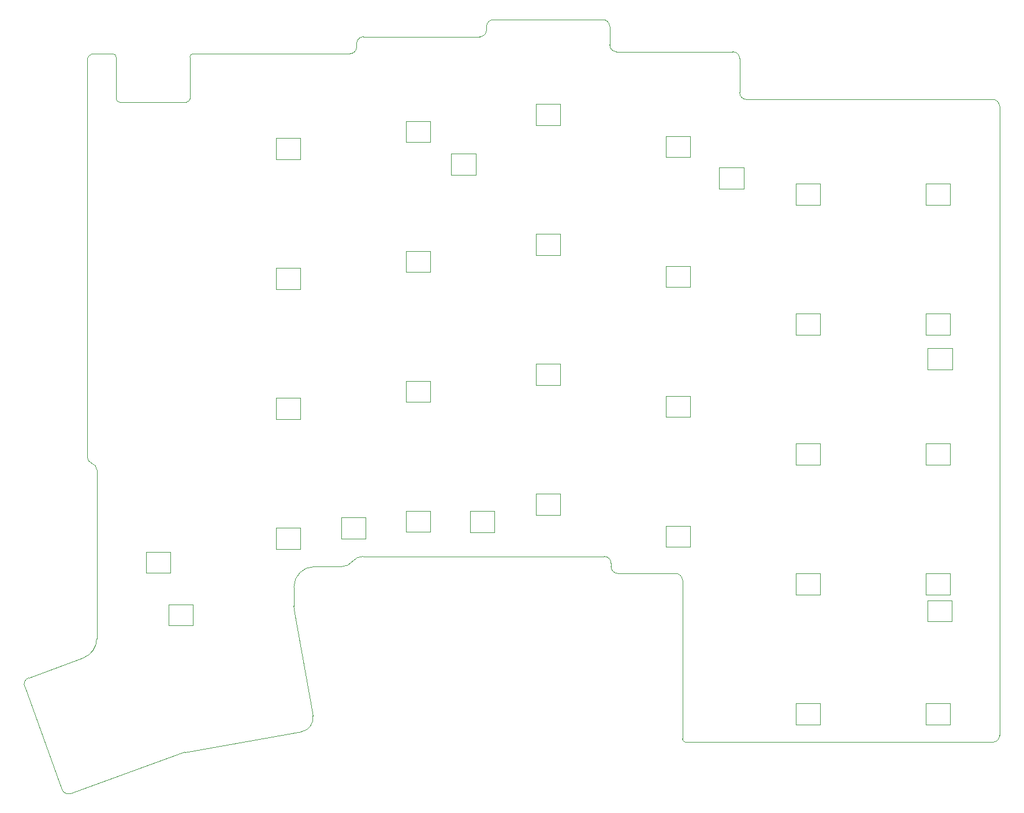
<source format=gbr>
G04 #@! TF.GenerationSoftware,KiCad,Pcbnew,8.0.5*
G04 #@! TF.CreationDate,2024-11-19T21:37:07+08:00*
G04 #@! TF.ProjectId,keyball61_right,6b657962-616c-46c3-9631-5f7269676874,rev?*
G04 #@! TF.SameCoordinates,Original*
G04 #@! TF.FileFunction,Profile,NP*
%FSLAX46Y46*%
G04 Gerber Fmt 4.6, Leading zero omitted, Abs format (unit mm)*
G04 Created by KiCad (PCBNEW 8.0.5) date 2024-11-19 21:37:07*
%MOMM*%
%LPD*%
G01*
G04 APERTURE LIST*
G04 #@! TA.AperFunction,Profile*
%ADD10C,0.050000*%
G04 #@! TD*
G04 #@! TA.AperFunction,Profile*
%ADD11C,0.120000*%
G04 #@! TD*
G04 APERTURE END LIST*
D10*
X84795475Y-150161271D02*
X79305996Y-135079159D01*
X183134999Y-41994714D02*
G75*
G02*
X184134986Y-42994714I1J-999986D01*
G01*
X222235000Y-142244710D02*
G75*
G02*
X221235000Y-143244700I-1000000J10D01*
G01*
X121560717Y-139371802D02*
G75*
G02*
X119938840Y-141686770I-1969917J-345498D01*
G01*
X89489053Y-42294709D02*
X92239053Y-42294709D01*
X79903666Y-133797445D02*
X87913852Y-130881956D01*
X166084999Y-41994714D02*
X183134999Y-41994714D01*
X203184998Y-48994714D02*
X221234998Y-48994713D01*
X127985001Y-40794714D02*
G75*
G02*
X128985001Y-39794701I999999J14D01*
G01*
X164276431Y-115994713D02*
X128921493Y-115994713D01*
X165276431Y-117494712D02*
X165276431Y-116994713D01*
X102322493Y-144846090D02*
X86077189Y-150758940D01*
X93239053Y-49369712D02*
G75*
G02*
X92738988Y-48869712I47J500112D01*
G01*
X164276431Y-115994713D02*
G75*
G02*
X165276387Y-116994713I-31J-999987D01*
G01*
X147035001Y-38794714D02*
G75*
G02*
X146035001Y-39794701I-1000001J14D01*
G01*
X185134999Y-48994714D02*
X203184998Y-48994714D01*
X89188419Y-102353737D02*
G75*
G02*
X89887818Y-103307476I-300619J-953763D01*
G01*
X118785001Y-120494712D02*
G75*
G02*
X121785001Y-117494701I2999999J12D01*
G01*
X222234998Y-49994713D02*
X222235000Y-142244710D01*
X92239053Y-42294709D02*
G75*
G02*
X92739091Y-42794709I47J-499991D01*
G01*
X104039053Y-42294709D02*
X126985001Y-42294709D01*
X148035001Y-37294714D02*
X164084999Y-37294714D01*
X127985001Y-41294709D02*
X127985001Y-40794714D01*
X103539053Y-48869712D02*
X103539053Y-42794709D01*
X147035001Y-38794714D02*
X147035001Y-38294714D01*
X184134999Y-42994714D02*
X184134999Y-47994714D01*
X165084999Y-38294714D02*
X165084999Y-40994714D01*
X175746371Y-132544712D02*
X175746371Y-119494712D01*
X103539053Y-42794709D02*
G75*
G02*
X104039053Y-42294653I500047J9D01*
G01*
X203185000Y-143244711D02*
X176246371Y-143244711D01*
X164084999Y-37294714D02*
G75*
G02*
X165084986Y-38294714I1J-999986D01*
G01*
X176246371Y-143244711D02*
G75*
G02*
X175746389Y-142744711I29J500011D01*
G01*
X174746371Y-118494712D02*
G75*
G02*
X175746388Y-119494712I29J-999988D01*
G01*
X93239053Y-49369712D02*
X103039053Y-49369712D01*
X221234998Y-48994713D02*
G75*
G02*
X222234987Y-49994713I2J-999987D01*
G01*
X89887785Y-128062880D02*
G75*
G02*
X87913855Y-130881964I-2999985J-20D01*
G01*
X86077190Y-150758940D02*
G75*
G02*
X84795488Y-150161266I-341990J939740D01*
G01*
X127985001Y-41294709D02*
G75*
G02*
X126985001Y-42294701I-1000001J9D01*
G01*
X102322493Y-144846091D02*
G75*
G02*
X102826476Y-144710944I1026107J-2819209D01*
G01*
X166276431Y-118494712D02*
G75*
G02*
X165276388Y-117494712I-31J1000012D01*
G01*
X127360244Y-116744713D02*
G75*
G02*
X125798995Y-117494704I-1561244J1250013D01*
G01*
X92739053Y-42794709D02*
X92739053Y-48869712D01*
X128985001Y-39794714D02*
X146035001Y-39794714D01*
X119938839Y-141686765D02*
X102826476Y-144710944D01*
X88489053Y-66344709D02*
X88489053Y-43294709D01*
X118830099Y-123801862D02*
X121560717Y-139371801D01*
X127360244Y-116744712D02*
G75*
G02*
X128921493Y-115994702I1561256J-1249988D01*
G01*
X88489054Y-101399997D02*
X88489053Y-66344709D01*
X174746371Y-118494712D02*
X166276431Y-118494712D01*
X89887785Y-128062880D02*
X89887785Y-103307476D01*
X79305996Y-135079159D02*
G75*
G02*
X79903647Y-133797394I939704J342059D01*
G01*
X175746371Y-142744711D02*
X175746371Y-132544712D01*
X103539053Y-48869712D02*
G75*
G02*
X103039053Y-49369753I-500053J12D01*
G01*
X89188420Y-102353736D02*
G75*
G02*
X88489090Y-101399997I300680J953736D01*
G01*
X185134999Y-48994714D02*
G75*
G02*
X184134986Y-47994714I1J1000014D01*
G01*
X118830099Y-123801862D02*
G75*
G02*
X118784996Y-123283639I2955001J518262D01*
G01*
X147035001Y-38294714D02*
G75*
G02*
X148035001Y-37294701I999999J14D01*
G01*
X221235000Y-143244710D02*
X203185000Y-143244711D01*
X125798995Y-117494712D02*
X121785001Y-117494712D01*
X166084999Y-41994714D02*
G75*
G02*
X165084986Y-40994714I1J1000014D01*
G01*
X88489053Y-43294709D02*
G75*
G02*
X89489053Y-42294653I1000047J9D01*
G01*
X118785001Y-120494712D02*
X118785001Y-123283639D01*
D11*
X100410000Y-123020000D02*
X100410000Y-126120000D01*
X100410000Y-126120000D02*
X104010000Y-126120000D01*
X104010000Y-123020000D02*
X100410000Y-123020000D01*
X104010000Y-126120000D02*
X104010000Y-123020000D01*
X125709000Y-110279712D02*
X125709000Y-113379712D01*
X125709000Y-113379712D02*
X129309000Y-113379712D01*
X129309000Y-110279712D02*
X125709000Y-110279712D01*
X129309000Y-113379712D02*
X129309000Y-110279712D01*
X211639000Y-122455000D02*
X211639000Y-125555000D01*
X211639000Y-125555000D02*
X215239000Y-125555000D01*
X215239000Y-122455000D02*
X211639000Y-122455000D01*
X215239000Y-125555000D02*
X215239000Y-122455000D01*
X211719000Y-85494700D02*
X211719000Y-88594700D01*
X211719000Y-88594700D02*
X215319000Y-88594700D01*
X215319000Y-85494700D02*
X211719000Y-85494700D01*
X215319000Y-88594700D02*
X215319000Y-85494700D01*
X181149000Y-58984700D02*
X181149000Y-62084700D01*
X181149000Y-62084700D02*
X184749000Y-62084700D01*
X184749000Y-58984700D02*
X181149000Y-58984700D01*
X184749000Y-62084700D02*
X184749000Y-58984700D01*
X141859000Y-56924700D02*
X141859000Y-60024700D01*
X141859000Y-60024700D02*
X145459000Y-60024700D01*
X145459000Y-56924700D02*
X141859000Y-56924700D01*
X145459000Y-60024700D02*
X145459000Y-56924700D01*
X211410000Y-61369700D02*
X211410000Y-64469700D01*
X211410000Y-64469700D02*
X215010000Y-64469700D01*
X215010000Y-61369700D02*
X211410000Y-61369700D01*
X215010000Y-64469700D02*
X215010000Y-61369700D01*
X211410000Y-80419700D02*
X211410000Y-83519700D01*
X211410000Y-83519700D02*
X215010000Y-83519700D01*
X215010000Y-80419700D02*
X211410000Y-80419700D01*
X215010000Y-83519700D02*
X215010000Y-80419700D01*
X211410000Y-99470000D02*
X211410000Y-102570000D01*
X211410000Y-102570000D02*
X215010000Y-102570000D01*
X215010000Y-99470000D02*
X211410000Y-99470000D01*
X215010000Y-102570000D02*
X215010000Y-99470000D01*
X211410000Y-118520000D02*
X211410000Y-121620000D01*
X211410000Y-121620000D02*
X215010000Y-121620000D01*
X215010000Y-118520000D02*
X211410000Y-118520000D01*
X215010000Y-121620000D02*
X215010000Y-118520000D01*
X211410000Y-137570000D02*
X211410000Y-140670000D01*
X211410000Y-140670000D02*
X215010000Y-140670000D01*
X215010000Y-137570000D02*
X211410000Y-137570000D01*
X215010000Y-140670000D02*
X215010000Y-137570000D01*
X192360000Y-61369700D02*
X192360000Y-64469700D01*
X192360000Y-64469700D02*
X195960000Y-64469700D01*
X195960000Y-61369700D02*
X192360000Y-61369700D01*
X195960000Y-64469700D02*
X195960000Y-61369700D01*
X192360000Y-80419700D02*
X192360000Y-83519700D01*
X192360000Y-83519700D02*
X195960000Y-83519700D01*
X195960000Y-80419700D02*
X192360000Y-80419700D01*
X195960000Y-83519700D02*
X195960000Y-80419700D01*
X192360000Y-99470000D02*
X192360000Y-102570000D01*
X192360000Y-102570000D02*
X195960000Y-102570000D01*
X195960000Y-99470000D02*
X192360000Y-99470000D01*
X195960000Y-102570000D02*
X195960000Y-99470000D01*
X192360000Y-118520000D02*
X192360000Y-121620000D01*
X192360000Y-121620000D02*
X195960000Y-121620000D01*
X195960000Y-118520000D02*
X192360000Y-118520000D01*
X195960000Y-121620000D02*
X195960000Y-118520000D01*
X192360000Y-137570000D02*
X192360000Y-140670000D01*
X192360000Y-140670000D02*
X195960000Y-140670000D01*
X195960000Y-137570000D02*
X192360000Y-137570000D01*
X195960000Y-140670000D02*
X195960000Y-137570000D01*
X173310000Y-54369700D02*
X173310000Y-57469700D01*
X173310000Y-57469700D02*
X176910000Y-57469700D01*
X176910000Y-54369700D02*
X173310000Y-54369700D01*
X176910000Y-57469700D02*
X176910000Y-54369700D01*
X173310000Y-73419700D02*
X173310000Y-76519700D01*
X173310000Y-76519700D02*
X176910000Y-76519700D01*
X176910000Y-73419700D02*
X173310000Y-73419700D01*
X176910000Y-76519700D02*
X176910000Y-73419700D01*
X173310000Y-92469700D02*
X173310000Y-95569700D01*
X173310000Y-95569700D02*
X176910000Y-95569700D01*
X176910000Y-92469700D02*
X173310000Y-92469700D01*
X176910000Y-95569700D02*
X176910000Y-92469700D01*
X173310000Y-111520000D02*
X173310000Y-114620000D01*
X173310000Y-114620000D02*
X176910000Y-114620000D01*
X176910000Y-111520000D02*
X173310000Y-111520000D01*
X176910000Y-114620000D02*
X176910000Y-111520000D01*
X154260000Y-49669700D02*
X154260000Y-52769700D01*
X154260000Y-52769700D02*
X157860000Y-52769700D01*
X157860000Y-49669700D02*
X154260000Y-49669700D01*
X157860000Y-52769700D02*
X157860000Y-49669700D01*
X154260000Y-68719700D02*
X154260000Y-71819700D01*
X154260000Y-71819700D02*
X157860000Y-71819700D01*
X157860000Y-68719700D02*
X154260000Y-68719700D01*
X157860000Y-71819700D02*
X157860000Y-68719700D01*
X154260000Y-87769700D02*
X154260000Y-90869700D01*
X154260000Y-90869700D02*
X157860000Y-90869700D01*
X157860000Y-87769700D02*
X154260000Y-87769700D01*
X157860000Y-90869700D02*
X157860000Y-87769700D01*
X154260000Y-106820000D02*
X154260000Y-109920000D01*
X154260000Y-109920000D02*
X157860000Y-109920000D01*
X157860000Y-106820000D02*
X154260000Y-106820000D01*
X157860000Y-109920000D02*
X157860000Y-106820000D01*
X135210000Y-52169700D02*
X135210000Y-55269700D01*
X135210000Y-55269700D02*
X138810000Y-55269700D01*
X138810000Y-52169700D02*
X135210000Y-52169700D01*
X138810000Y-55269700D02*
X138810000Y-52169700D01*
X135210000Y-71219700D02*
X135210000Y-74319700D01*
X135210000Y-74319700D02*
X138810000Y-74319700D01*
X138810000Y-71219700D02*
X135210000Y-71219700D01*
X138810000Y-74319700D02*
X138810000Y-71219700D01*
X135210000Y-90269700D02*
X135210000Y-93369700D01*
X135210000Y-93369700D02*
X138810000Y-93369700D01*
X138810000Y-90269700D02*
X135210000Y-90269700D01*
X138810000Y-93369700D02*
X138810000Y-90269700D01*
X135210000Y-109320000D02*
X135210000Y-112420000D01*
X135210000Y-112420000D02*
X138810000Y-112420000D01*
X138810000Y-109320000D02*
X135210000Y-109320000D01*
X138810000Y-112420000D02*
X138810000Y-109320000D01*
X116160000Y-54669700D02*
X116160000Y-57769700D01*
X116160000Y-57769700D02*
X119760000Y-57769700D01*
X119760000Y-54669700D02*
X116160000Y-54669700D01*
X119760000Y-57769700D02*
X119760000Y-54669700D01*
X116160000Y-73719700D02*
X116160000Y-76819700D01*
X116160000Y-76819700D02*
X119760000Y-76819700D01*
X119760000Y-73719700D02*
X116160000Y-73719700D01*
X119760000Y-76819700D02*
X119760000Y-73719700D01*
X116160000Y-92769700D02*
X116160000Y-95869700D01*
X116160000Y-95869700D02*
X119760000Y-95869700D01*
X119760000Y-92769700D02*
X116160000Y-92769700D01*
X119760000Y-95869700D02*
X119760000Y-92769700D01*
X116160000Y-111820000D02*
X116160000Y-114920000D01*
X116160000Y-114920000D02*
X119760000Y-114920000D01*
X119760000Y-111820000D02*
X116160000Y-111820000D01*
X119760000Y-114920000D02*
X119760000Y-111820000D01*
X97110000Y-115320000D02*
X97110000Y-118420000D01*
X97110000Y-118420000D02*
X100710000Y-118420000D01*
X100710000Y-115320000D02*
X97110000Y-115320000D01*
X100710000Y-118420000D02*
X100710000Y-115320000D01*
X144610000Y-109340000D02*
X144610000Y-112440000D01*
X144610000Y-112440000D02*
X148210000Y-112440000D01*
X148210000Y-109340000D02*
X144610000Y-109340000D01*
X148210000Y-112440000D02*
X148210000Y-109340000D01*
M02*

</source>
